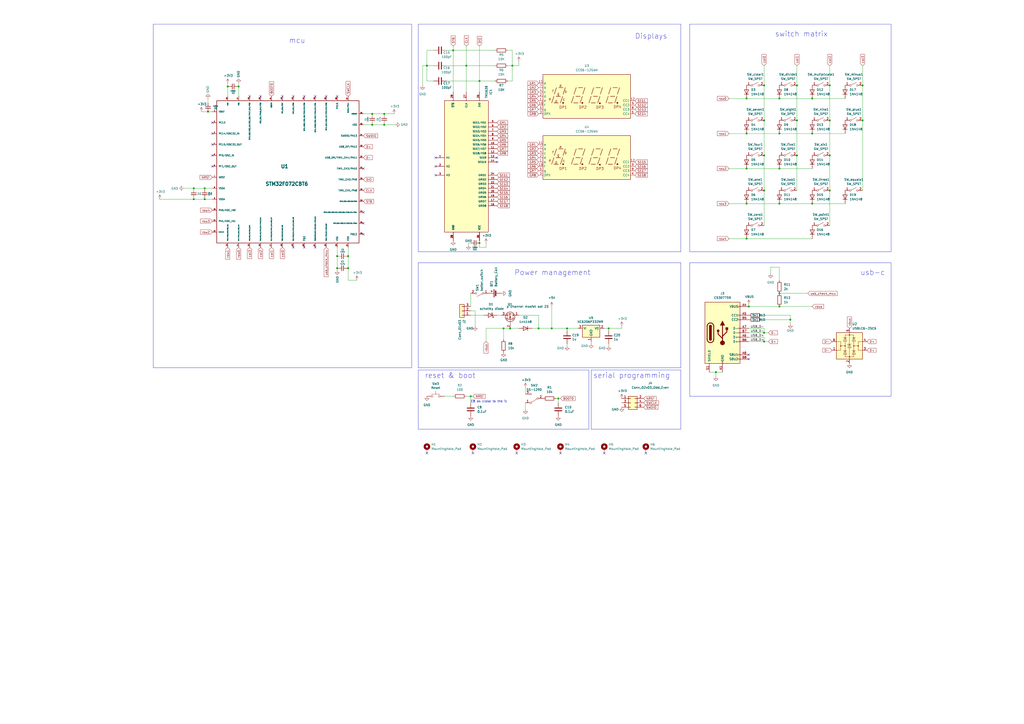
<source format=kicad_sch>
(kicad_sch (version 20230121) (generator eeschema)
  (paper "A2")
  (junction (at 262.89 29.21))
  (junction (at 452.12 77.47))
  (junction (at 138.43 50.165))
  (junction (at 222.885 66.04))
  (junction (at 481.33 49.53))
  (junction (at 222.885 72.39))
  (junction (at 112.395 109.22))
  (junction (at 452.12 57.15))
  (junction (at 443.23 193.04))
  (junction (at 458.47 185.42))
  (junction (at 295.91 190.5))
  (junction (at 297.18 38.1))
  (junction (at 443.23 49.53))
  (junction (at 462.28 49.53))
  (junction (at 433.07 77.47))
  (junction (at 132.08 50.165))
  (junction (at 201.93 155.575))
  (junction (at 443.23 198.12))
  (junction (at 443.23 110.49))
  (junction (at 452.12 177.8))
  (junction (at 452.12 170.18))
  (junction (at 270.51 38.1))
  (junction (at 195.58 148.59))
  (junction (at 112.395 115.57))
  (junction (at 118.745 115.57))
  (junction (at 452.12 118.11))
  (junction (at 443.23 69.85))
  (junction (at 328.93 190.5))
  (junction (at 320.04 190.5))
  (junction (at 471.17 77.47))
  (junction (at 215.9 66.04))
  (junction (at 471.17 118.11))
  (junction (at 481.33 69.85))
  (junction (at 215.9 72.39))
  (junction (at 278.13 46.99))
  (junction (at 500.38 69.85))
  (junction (at 462.28 90.17))
  (junction (at 312.42 190.5))
  (junction (at 292.1 190.5))
  (junction (at 481.33 110.49))
  (junction (at 433.07 118.11))
  (junction (at 471.17 57.15))
  (junction (at 452.12 97.79))
  (junction (at 481.33 90.17))
  (junction (at 415.29 215.9))
  (junction (at 443.23 90.17))
  (junction (at 433.07 138.43))
  (junction (at 195.58 155.575))
  (junction (at 433.07 97.79))
  (junction (at 278.13 140.97))
  (junction (at 118.745 109.22))
  (junction (at 462.28 69.85))
  (junction (at 353.06 190.5))
  (junction (at 273.05 229.87))
  (junction (at 433.07 57.15))
  (junction (at 201.93 148.59))
  (junction (at 120.65 64.77))
  (junction (at 434.34 177.8))
  (junction (at 323.85 231.14))
  (junction (at 500.38 49.53))
  (junction (at 247.65 38.1))
  (no_connect (at 288.29 93.98))
  (no_connect (at 252.73 96.52))
  (no_connect (at 210.82 97.79))
  (no_connect (at 123.19 90.17))
  (no_connect (at 210.82 135.89))
  (no_connect (at 288.29 91.44))
  (no_connect (at 350.52 262.89))
  (no_connect (at 299.72 262.89))
  (no_connect (at 163.83 55.88))
  (no_connect (at 210.82 123.19))
  (no_connect (at 123.19 71.12))
  (no_connect (at 123.19 77.47))
  (no_connect (at 210.82 129.54))
  (no_connect (at 176.53 55.88))
  (no_connect (at 189.23 55.88))
  (no_connect (at 374.65 262.89))
  (no_connect (at 252.73 101.6))
  (no_connect (at 144.78 55.88))
  (no_connect (at 151.13 55.88))
  (no_connect (at 434.34 205.74))
  (no_connect (at 182.88 143.51))
  (no_connect (at 176.53 143.51))
  (no_connect (at 195.58 55.88))
  (no_connect (at 434.34 208.28))
  (no_connect (at 123.19 83.82))
  (no_connect (at 252.73 91.44))
  (no_connect (at 274.32 262.89))
  (no_connect (at 247.65 262.89))
  (no_connect (at 170.18 143.51))
  (no_connect (at 182.88 55.88))
  (no_connect (at 170.18 55.88))
  (no_connect (at 123.19 96.52))
  (no_connect (at 325.12 262.89))
  (wire (pts (xy 278.13 139.7) (xy 278.13 140.97)))
  (wire (pts (xy 116.84 64.77) (xy 120.65 64.77)))
  (wire (pts (xy 222.885 66.04) (xy 222.885 66.675)))
  (wire (pts (xy 462.28 90.17) (xy 462.28 110.49)))
  (wire (pts (xy 278.13 46.99) (xy 287.02 46.99)))
  (wire (pts (xy 132.08 50.165) (xy 132.08 55.88)))
  (wire (pts (xy 443.23 193.04) (xy 445.77 193.04)))
  (wire (pts (xy 350.52 190.5) (xy 353.06 190.5)))
  (wire (pts (xy 481.33 90.17) (xy 481.33 110.49)))
  (wire (pts (xy 471.17 118.11) (xy 490.22 118.11)))
  (wire (pts (xy 458.47 182.88) (xy 458.47 185.42)))
  (wire (pts (xy 222.885 66.04) (xy 228.6 66.04)))
  (wire (pts (xy 471.17 57.15) (xy 490.22 57.15)))
  (wire (pts (xy 441.96 182.88) (xy 458.47 182.88)))
  (wire (pts (xy 247.65 38.1) (xy 247.65 46.99)))
  (wire (pts (xy 481.33 38.1) (xy 481.33 49.53)))
  (wire (pts (xy 452.12 162.56) (xy 452.12 154.94)))
  (wire (pts (xy 434.34 176.53) (xy 434.34 177.8)))
  (wire (pts (xy 259.08 46.99) (xy 278.13 46.99)))
  (wire (pts (xy 294.64 29.21) (xy 297.18 29.21)))
  (wire (pts (xy 278.13 140.97) (xy 278.13 143.51)))
  (wire (pts (xy 201.93 148.59) (xy 201.93 155.575)))
  (wire (pts (xy 195.58 148.59) (xy 196.215 148.59)))
  (wire (pts (xy 262.89 29.21) (xy 262.89 53.34)))
  (wire (pts (xy 434.34 195.58) (xy 443.23 195.58)))
  (wire (pts (xy 434.34 190.5) (xy 443.23 190.5)))
  (wire (pts (xy 112.395 115.57) (xy 118.745 115.57)))
  (wire (pts (xy 118.745 115.57) (xy 118.745 114.935)))
  (wire (pts (xy 481.33 69.85) (xy 481.33 90.17)))
  (wire (pts (xy 443.23 38.1) (xy 443.23 49.53)))
  (wire (pts (xy 273.05 229.87) (xy 273.05 233.68)))
  (wire (pts (xy 215.9 66.04) (xy 222.885 66.04)))
  (wire (pts (xy 215.9 72.39) (xy 222.885 72.39)))
  (wire (pts (xy 443.23 198.12) (xy 445.77 198.12)))
  (wire (pts (xy 443.23 49.53) (xy 443.23 69.85)))
  (wire (pts (xy 443.23 110.49) (xy 443.23 130.81)))
  (wire (pts (xy 245.11 38.1) (xy 245.11 49.53)))
  (wire (pts (xy 320.04 177.8) (xy 320.04 190.5)))
  (wire (pts (xy 353.06 190.5) (xy 360.68 190.5)))
  (wire (pts (xy 323.85 231.14) (xy 325.12 231.14)))
  (wire (pts (xy 481.33 49.53) (xy 481.33 69.85)))
  (wire (pts (xy 278.13 46.99) (xy 278.13 53.34)))
  (wire (pts (xy 118.745 115.57) (xy 123.19 115.57)))
  (wire (pts (xy 195.58 156.845) (xy 195.58 155.575)))
  (wire (pts (xy 297.18 38.1) (xy 300.99 38.1)))
  (wire (pts (xy 434.34 193.04) (xy 443.23 193.04)))
  (wire (pts (xy 500.38 69.85) (xy 500.38 110.49)))
  (wire (pts (xy 257.81 229.87) (xy 262.89 229.87)))
  (wire (pts (xy 132.08 50.165) (xy 132.715 50.165)))
  (wire (pts (xy 458.47 185.42) (xy 458.47 187.96)))
  (wire (pts (xy 422.91 97.79) (xy 433.07 97.79)))
  (wire (pts (xy 106.68 109.22) (xy 112.395 109.22)))
  (wire (pts (xy 112.395 109.22) (xy 112.395 109.855)))
  (wire (pts (xy 281.94 143.51) (xy 281.94 140.97)))
  (wire (pts (xy 328.93 190.5) (xy 335.28 190.5)))
  (wire (pts (xy 297.18 38.1) (xy 297.18 46.99)))
  (wire (pts (xy 300.99 35.56) (xy 300.99 38.1)))
  (wire (pts (xy 215.9 66.04) (xy 215.9 66.675)))
  (wire (pts (xy 322.58 231.14) (xy 323.85 231.14)))
  (wire (pts (xy 411.48 215.9) (xy 415.29 215.9)))
  (wire (pts (xy 462.28 49.53) (xy 462.28 69.85)))
  (wire (pts (xy 443.23 195.58) (xy 443.23 198.12)))
  (wire (pts (xy 195.58 155.575) (xy 196.215 155.575)))
  (wire (pts (xy 452.12 118.11) (xy 471.17 118.11)))
  (wire (pts (xy 433.07 97.79) (xy 452.12 97.79)))
  (wire (pts (xy 201.295 155.575) (xy 201.93 155.575)))
  (wire (pts (xy 195.58 143.51) (xy 195.58 148.59)))
  (wire (pts (xy 262.89 29.21) (xy 287.02 29.21)))
  (wire (pts (xy 271.78 140.97) (xy 271.78 142.24)))
  (wire (pts (xy 222.885 71.755) (xy 222.885 72.39)))
  (wire (pts (xy 247.65 29.21) (xy 247.65 38.1)))
  (wire (pts (xy 452.12 177.8) (xy 471.17 177.8)))
  (wire (pts (xy 471.17 77.47) (xy 490.22 77.47)))
  (wire (pts (xy 273.05 170.18) (xy 273.05 177.8)))
  (wire (pts (xy 462.28 38.1) (xy 462.28 49.53)))
  (wire (pts (xy 452.12 154.94) (xy 447.04 154.94)))
  (wire (pts (xy 422.91 57.15) (xy 433.07 57.15)))
  (wire (pts (xy 281.94 198.12) (xy 281.94 190.5)))
  (wire (pts (xy 247.65 38.1) (xy 245.11 38.1)))
  (wire (pts (xy 118.745 109.22) (xy 123.19 109.22)))
  (wire (pts (xy 433.07 138.43) (xy 471.17 138.43)))
  (wire (pts (xy 270.51 38.1) (xy 287.02 38.1)))
  (wire (pts (xy 201.93 162.56) (xy 207.01 162.56)))
  (wire (pts (xy 259.08 29.21) (xy 262.89 29.21)))
  (wire (pts (xy 112.395 109.22) (xy 118.745 109.22)))
  (wire (pts (xy 210.82 66.04) (xy 215.9 66.04)))
  (wire (pts (xy 441.96 185.42) (xy 458.47 185.42)))
  (wire (pts (xy 443.23 190.5) (xy 443.23 193.04)))
  (wire (pts (xy 275.59 180.34) (xy 275.59 189.23)))
  (wire (pts (xy 247.65 38.1) (xy 251.46 38.1)))
  (wire (pts (xy 443.23 90.17) (xy 443.23 110.49)))
  (wire (pts (xy 500.38 49.53) (xy 500.38 69.85)))
  (wire (pts (xy 262.89 26.67) (xy 262.89 29.21)))
  (wire (pts (xy 312.42 182.88) (xy 312.42 190.5)))
  (wire (pts (xy 120.65 64.77) (xy 123.19 64.77)))
  (wire (pts (xy 452.12 97.79) (xy 471.17 97.79)))
  (wire (pts (xy 297.18 29.21) (xy 297.18 38.1)))
  (wire (pts (xy 294.64 38.1) (xy 297.18 38.1)))
  (wire (pts (xy 342.9 198.12) (xy 342.9 199.39)))
  (wire (pts (xy 295.91 190.5) (xy 300.99 190.5)))
  (wire (pts (xy 215.9 72.39) (xy 215.9 71.755)))
  (wire (pts (xy 452.12 77.47) (xy 471.17 77.47)))
  (wire (pts (xy 273.05 180.34) (xy 275.59 180.34)))
  (wire (pts (xy 422.91 118.11) (xy 433.07 118.11)))
  (wire (pts (xy 433.07 118.11) (xy 452.12 118.11)))
  (wire (pts (xy 308.61 190.5) (xy 312.42 190.5)))
  (wire (pts (xy 481.33 110.49) (xy 481.33 130.81)))
  (wire (pts (xy 422.91 77.47) (xy 433.07 77.47)))
  (wire (pts (xy 270.51 38.1) (xy 270.51 53.34)))
  (wire (pts (xy 353.06 199.39) (xy 353.06 200.66)))
  (wire (pts (xy 304.8 224.79) (xy 304.8 228.6)))
  (wire (pts (xy 92.71 115.57) (xy 112.395 115.57)))
  (wire (pts (xy 201.93 155.575) (xy 201.93 162.56)))
  (wire (pts (xy 132.08 48.26) (xy 132.08 50.165)))
  (wire (pts (xy 353.06 191.77) (xy 353.06 190.5)))
  (wire (pts (xy 328.93 191.77) (xy 328.93 190.5)))
  (wire (pts (xy 415.29 215.9) (xy 419.1 215.9)))
  (wire (pts (xy 323.85 231.14) (xy 323.85 233.68)))
  (wire (pts (xy 270.51 229.87) (xy 273.05 229.87)))
  (wire (pts (xy 500.38 38.1) (xy 500.38 49.53)))
  (wire (pts (xy 118.745 109.22) (xy 118.745 109.855)))
  (wire (pts (xy 422.91 138.43) (xy 433.07 138.43)))
  (wire (pts (xy 259.08 38.1) (xy 270.51 38.1)))
  (wire (pts (xy 270.51 26.67) (xy 270.51 38.1)))
  (wire (pts (xy 120.65 57.15) (xy 120.65 59.69)))
  (wire (pts (xy 210.82 72.39) (xy 215.9 72.39)))
  (wire (pts (xy 273.05 182.88) (xy 280.67 182.88)))
  (wire (pts (xy 112.395 114.935) (xy 112.395 115.57)))
  (wire (pts (xy 247.65 46.99) (xy 251.46 46.99)))
  (wire (pts (xy 452.12 170.18) (xy 468.63 170.18)))
  (wire (pts (xy 195.58 148.59) (xy 195.58 155.575)))
  (wire (pts (xy 312.42 190.5) (xy 320.04 190.5)))
  (wire (pts (xy 278.13 26.67) (xy 278.13 46.99)))
  (wire (pts (xy 300.99 182.88) (xy 312.42 182.88)))
  (wire (pts (xy 328.93 199.39) (xy 328.93 200.66)))
  (wire (pts (xy 222.885 72.39) (xy 229.235 72.39)))
  (wire (pts (xy 201.93 148.59) (xy 201.295 148.59)))
  (wire (pts (xy 138.43 48.26) (xy 138.43 50.165)))
  (wire (pts (xy 201.93 143.51) (xy 201.93 148.59)))
  (wire (pts (xy 452.12 57.15) (xy 471.17 57.15)))
  (wire (pts (xy 415.29 215.9) (xy 415.29 218.44)))
  (wire (pts (xy 273.05 229.87) (xy 274.32 229.87)))
  (wire (pts (xy 297.18 46.99) (xy 294.64 46.99)))
  (wire (pts (xy 138.43 50.165) (xy 137.795 50.165)))
  (wire (pts (xy 433.07 57.15) (xy 452.12 57.15)))
  (wire (pts (xy 304.8 233.68) (xy 304.8 237.49)))
  (wire (pts (xy 433.07 77.47) (xy 452.12 77.47)))
  (wire (pts (xy 292.1 190.5) (xy 292.1 196.85)))
  (wire (pts (xy 281.94 190.5) (xy 292.1 190.5)))
  (wire (pts (xy 434.34 198.12) (xy 443.23 198.12)))
  (wire (pts (xy 434.34 177.8) (xy 452.12 177.8)))
  (wire (pts (xy 251.46 29.21) (xy 247.65 29.21)))
  (wire (pts (xy 360.68 190.5) (xy 360.68 189.23)))
  (wire (pts (xy 462.28 69.85) (xy 462.28 90.17)))
  (wire (pts (xy 320.04 190.5) (xy 328.93 190.5)))
  (wire (pts (xy 288.29 182.88) (xy 290.83 182.88)))
  (wire (pts (xy 278.13 143.51) (xy 281.94 143.51)))
  (wire (pts (xy 443.23 69.85) (xy 443.23 90.17)))
  (wire (pts (xy 292.1 190.5) (xy 295.91 190.5)))
  (wire (pts (xy 138.43 50.165) (xy 138.43 55.88)))
  (wire (pts (xy 447.04 154.94) (xy 447.04 158.75)))
  (wire (pts (xy 273.05 140.97) (xy 271.78 140.97)))
  (rectangle (start 400.05 13.97) (end 516.89 146.05))
  (rectangle (start 242.57 214.63) (end 341.63 248.92))
  (rectangle (start 88.9 13.97) (end 238.76 213.36))
  (rectangle (start 342.9 214.63) (end 394.97 248.92))
  (rectangle (start 242.57 13.97) (end 394.97 146.05))
  (rectangle (start 242.57 152.4) (end 394.97 213.36))
  (rectangle (start 400.05 152.4) (end 516.89 229.87))
  (text "Displays" (at 368.3 22.86 0) (effects (font (size 3 3)) (justify left bottom)))
  (text "serial programming" (at 344.17 219.71 0) (effects (font (size 3 3)) (justify left bottom)))
  (text "mcu\n" (at 167.64 25.4 0) (effects (font (size 3 3)) (justify left bottom)))
  (text "switch matrix" (at 449.58 21.59 0) (effects (font (size 3 3)) (justify left bottom)))
  (text "usb-c" (at 499.11 160.02 0) (effects (font (size 3 3)) (justify left bottom)))
  (text "Power management" (at 298.45 160.02 0) (effects (font (size 3 3)) (justify left bottom)))
  (text "C8 as close to the ic\n" (at 273.05 233.68 0) (effects (font (size 1.27 1.27)) (justify left bottom)))
  (text "reset & boot" (at 246.38 219.71 0) (effects (font (size 3 3)) (justify left bottom)))
  (label "USB_D-" (at 443.23 190.5 180))
  (label "USB_D-" (at 443.23 193.04 180))
  (label "USB_D+" (at 443.23 198.12 180))
  (label "USB_D+" (at 443.23 195.58 180))
  (global_label "usb_check_mcu" (shape input) (at 468.63 170.18 0) (property "Intersheetrefs" "${INTERSHEET_REFS}" (effects hide)))
  (global_label "GR7" (shape input) (at 288.29 86.36 0) (property "Intersheetrefs" "${INTERSHEET_REFS}" (effects hide)))
  (global_label "GR8" (shape input) (at 312.42 101.6 180) (property "Intersheetrefs" "${INTERSHEET_REFS}" (effects hide)))
  (global_label "STB" (shape input) (at 210.82 116.84 0) (property "Intersheetrefs" "${INTERSHEET_REFS}" (effects hide)))
  (global_label "SEG4" (shape input) (at 288.29 109.22 0) (property "Intersheetrefs" "${INTERSHEET_REFS}" (effects hide)))
  (global_label "D+" (shape input) (at 502.92 198.12 0) (property "Intersheetrefs" "${INTERSHEET_REFS}" (effects hide)))
  (global_label "col0" (shape input) (at 163.83 143.51 270) (property "Intersheetrefs" "${INTERSHEET_REFS}" (effects hide)))
  (global_label "D+" (shape input) (at 502.92 203.2 0) (property "Intersheetrefs" "${INTERSHEET_REFS}" (effects hide)))
  (global_label "SEG3" (shape input) (at 288.29 106.68 0) (property "Intersheetrefs" "${INTERSHEET_REFS}" (effects hide)))
  (global_label "SWDIO" (shape input) (at 373.38 236.22 0) (property "Intersheetrefs" "${INTERSHEET_REFS}" (effects hide)))
  (global_label "D+" (shape input) (at 445.77 198.12 0) (property "Intersheetrefs" "${INTERSHEET_REFS}" (effects hide)))
  (global_label "GR1" (shape input) (at 312.42 48.26 180) (property "Intersheetrefs" "${INTERSHEET_REFS}" (effects hide)))
  (global_label "SEG6" (shape input) (at 288.29 114.3 0) (property "Intersheetrefs" "${INTERSHEET_REFS}" (effects hide)))
  (global_label "col0" (shape input) (at 443.23 38.1 90) (property "Intersheetrefs" "${INTERSHEET_REFS}" (effects hide)))
  (global_label "GR6" (shape input) (at 288.29 83.82 0) (property "Intersheetrefs" "${INTERSHEET_REFS}" (effects hide)))
  (global_label "row2" (shape input) (at 123.19 134.62 180) (property "Intersheetrefs" "${INTERSHEET_REFS}" (effects hide)))
  (global_label "GR4" (shape input) (at 288.29 78.74 0) (property "Intersheetrefs" "${INTERSHEET_REFS}" (effects hide)))
  (global_label "row3" (shape input) (at 422.91 118.11 180) (property "Intersheetrefs" "${INTERSHEET_REFS}" (effects hide)))
  (global_label "row0" (shape input) (at 422.91 57.15 180) (property "Intersheetrefs" "${INTERSHEET_REFS}" (effects hide)))
  (global_label "GR4" (shape input) (at 312.42 55.88 180) (property "Intersheetrefs" "${INTERSHEET_REFS}" (effects hide)))
  (global_label "usb_check_mcu" (shape input) (at 189.23 143.51 270) (property "Intersheetrefs" "${INTERSHEET_REFS}" (effects hide)))
  (global_label "col2" (shape input) (at 481.33 38.1 90) (property "Intersheetrefs" "${INTERSHEET_REFS}" (effects hide)))
  (global_label "SEG8" (shape input) (at 368.3 101.6 0) (property "Intersheetrefs" "${INTERSHEET_REFS}" (effects hide)))
  (global_label "col1" (shape input) (at 462.28 38.1 90) (property "Intersheetrefs" "${INTERSHEET_REFS}" (effects hide)))
  (global_label "col3" (shape input) (at 500.38 38.1 90) (property "Intersheetrefs" "${INTERSHEET_REFS}" (effects hide)))
  (global_label "col1" (shape input) (at 157.48 143.51 270) (property "Intersheetrefs" "${INTERSHEET_REFS}" (effects hide)))
  (global_label "D-" (shape input) (at 482.6 198.12 180) (property "Intersheetrefs" "${INTERSHEET_REFS}" (effects hide)))
  (global_label "vbus" (shape input) (at 281.94 198.12 270) (property "Intersheetrefs" "${INTERSHEET_REFS}" (effects hide)))
  (global_label "NRST" (shape input) (at 274.32 229.87 0) (property "Intersheetrefs" "${INTERSHEET_REFS}" (effects hide)))
  (global_label "SEG4" (shape input) (at 368.3 66.04 0) (property "Intersheetrefs" "${INTERSHEET_REFS}" (effects hide)))
  (global_label "SWDIO" (shape input) (at 210.82 78.74 0) (property "Intersheetrefs" "${INTERSHEET_REFS}" (effects hide)))
  (global_label "GR2" (shape input) (at 288.29 73.66 0) (property "Intersheetrefs" "${INTERSHEET_REFS}" (effects hide)))
  (global_label "DIO" (shape input) (at 210.82 104.14 0) (property "Intersheetrefs" "${INTERSHEET_REFS}" (effects hide)))
  (global_label "NRST" (shape input) (at 123.19 102.87 180) (property "Intersheetrefs" "${INTERSHEET_REFS}" (effects hide)))
  (global_label "NRST" (shape input) (at 373.38 231.14 0) (property "Intersheetrefs" "${INTERSHEET_REFS}" (effects hide)))
  (global_label "GR3" (shape input) (at 288.29 76.2 0) (property "Intersheetrefs" "${INTERSHEET_REFS}" (effects hide)))
  (global_label "D+" (shape input) (at 210.82 85.09 0) (property "Intersheetrefs" "${INTERSHEET_REFS}" (effects hide)))
  (global_label "SWCLK" (shape input) (at 373.38 233.68 0) (property "Intersheetrefs" "${INTERSHEET_REFS}" (effects hide)))
  (global_label "GR2" (shape input) (at 312.42 50.8 180) (property "Intersheetrefs" "${INTERSHEET_REFS}" (effects hide)))
  (global_label "D-" (shape input) (at 482.6 203.2 180) (property "Intersheetrefs" "${INTERSHEET_REFS}" (effects hide)))
  (global_label "BOOT0" (shape input) (at 157.48 55.88 90) (property "Intersheetrefs" "${INTERSHEET_REFS}" (effects hide)))
  (global_label "SEG6" (shape input) (at 368.3 96.52 0) (property "Intersheetrefs" "${INTERSHEET_REFS}" (effects hide)))
  (global_label "row0" (shape input) (at 138.43 143.51 270) (property "Intersheetrefs" "${INTERSHEET_REFS}" (effects hide)))
  (global_label "GR6" (shape input) (at 312.42 96.52 180) (property "Intersheetrefs" "${INTERSHEET_REFS}" (effects hide)))
  (global_label "row4" (shape input) (at 123.19 121.92 180) (property "Intersheetrefs" "${INTERSHEET_REFS}" (effects hide)))
  (global_label "SEG1" (shape input) (at 288.29 101.6 0) (property "Intersheetrefs" "${INTERSHEET_REFS}" (effects hide)))
  (global_label "GR6" (shape input) (at 312.42 60.96 180) (property "Intersheetrefs" "${INTERSHEET_REFS}" (effects hide)))
  (global_label "SEG5" (shape input) (at 288.29 111.76 0) (property "Intersheetrefs" "${INTERSHEET_REFS}" (effects hide)))
  (global_label "GR2" (shape input) (at 312.42 86.36 180) (property "Intersheetrefs" "${INTERSHEET_REFS}" (effects hide)))
  (global_label "vbus" (shape input) (at 492.76 190.5 90) (property "Intersheetrefs" "${INTERSHEET_REFS}" (effects hide)))
  (global_label "SEG1" (shape input) (at 368.3 58.42 0) (property "Intersheetrefs" "${INTERSHEET_REFS}" (effects hide)))
  (global_label "GR3" (shape input) (at 312.42 53.34 180) (property "Intersheetrefs" "${INTERSHEET_REFS}" (effects hide)))
  (global_label "row1" (shape input) (at 132.08 143.51 270) (property "Intersheetrefs" "${INTERSHEET_REFS}" (effects hide)))
  (global_label "BOOT0" (shape input) (at 325.12 231.14 0) (property "Intersheetrefs" "${INTERSHEET_REFS}" (effects hide)))
  (global_label "SEG7" (shape input) (at 288.29 116.84 0) (property "Intersheetrefs" "${INTERSHEET_REFS}" (effects hide)))
  (global_label "GR5" (shape input) (at 288.29 81.28 0) (property "Intersheetrefs" "${INTERSHEET_REFS}" (effects hide)))
  (global_label "DIO" (shape input) (at 278.13 26.67 90) (property "Intersheetrefs" "${INTERSHEET_REFS}" (effects hide)))
  (global_label "vbus" (shape input) (at 471.17 177.8 0) (property "Intersheetrefs" "${INTERSHEET_REFS}" (effects hide)))
  (global_label "GR1" (shape input) (at 288.29 71.12 0) (property "Intersheetrefs" "${INTERSHEET_REFS}" (effects hide)))
  (global_label "GR8" (shape input) (at 288.29 88.9 0) (property "Intersheetrefs" "${INTERSHEET_REFS}" (effects hide)))
  (global_label "GR1" (shape input) (at 312.42 83.82 180) (property "Intersheetrefs" "${INTERSHEET_REFS}" (effects hide)))
  (global_label "STB" (shape input) (at 262.89 26.67 90) (property "Intersheetrefs" "${INTERSHEET_REFS}" (effects hide)))
  (global_label "SEG5" (shape input) (at 368.3 93.98 0) (property "Intersheetrefs" "${INTERSHEET_REFS}" (effects hide)))
  (global_label "col3" (shape input) (at 144.78 143.51 270) (property "Intersheetrefs" "${INTERSHEET_REFS}" (effects hide)))
  (global_label "GR5" (shape input) (at 312.42 93.98 180) (property "Intersheetrefs" "${INTERSHEET_REFS}" (effects hide)))
  (global_label "row1" (shape input) (at 422.91 77.47 180) (property "Intersheetrefs" "${INTERSHEET_REFS}" (effects hide)))
  (global_label "col2" (shape input) (at 151.13 143.51 270) (property "Intersheetrefs" "${INTERSHEET_REFS}" (effects hide)))
  (global_label "GR7" (shape input) (at 312.42 63.5 180) (property "Intersheetrefs" "${INTERSHEET_REFS}" (effects hide)))
  (global_label "SEG7" (shape input) (at 368.3 99.06 0) (property "Intersheetrefs" "${INTERSHEET_REFS}" (effects hide)))
  (global_label "row3" (shape input) (at 123.19 128.27 180) (property "Intersheetrefs" "${INTERSHEET_REFS}" (effects hide)))
  (global_label "CLK" (shape input) (at 210.82 110.49 0) (property "Intersheetrefs" "${INTERSHEET_REFS}" (effects hide)))
  (global_label "row2" (shape input) (at 422.91 97.79 180) (property "Intersheetrefs" "${INTERSHEET_REFS}" (effects hide)))
  (global_label "GR7" (shape input) (at 312.42 99.06 180) (property "Intersheetrefs" "${INTERSHEET_REFS}" (effects hide)))
  (global_label "SEG2" (shape input) (at 368.3 60.96 0) (property "Intersheetrefs" "${INTERSHEET_REFS}" (effects hide)))
  (global_label "row4" (shape input) (at 422.91 138.43 180) (property "Intersheetrefs" "${INTERSHEET_REFS}" (effects hide)))
  (global_label "SEG2" (shape input) (at 288.29 104.14 0) (property "Intersheetrefs" "${INTERSHEET_REFS}" (effects hide)))
  (global_label "SWCLK" (shape input) (at 201.93 55.88 90) (property "Intersheetrefs" "${INTERSHEET_REFS}" (effects hide)))
  (global_label "D-" (shape input) (at 445.77 193.04 0) (property "Intersheetrefs" "${INTERSHEET_REFS}" (effects hide)))
  (global_label "GR4" (shape input) (at 312.42 91.44 180) (property "Intersheetrefs" "${INTERSHEET_REFS}" (effects hide)))
  (global_label "GR5" (shape input) (at 312.42 58.42 180) (property "Intersheetrefs" "${INTERSHEET_REFS}" (effects hide)))
  (global_label "SEG8" (shape input) (at 288.29 119.38 0) (property "Intersheetrefs" "${INTERSHEET_REFS}" (effects hide)))
  (global_label "GR3" (shape input) (at 312.42 88.9 180) (property "Intersheetrefs" "${INTERSHEET_REFS}" (effects hide)))
  (global_label "CLK" (shape input) (at 270.51 26.67 90) (property "Intersheetrefs" "${INTERSHEET_REFS}" (effects hide)))
  (global_label "D-" (shape input) (at 210.82 91.44 0) (property "Intersheetrefs" "${INTERSHEET_REFS}" (effects hide)))
  (global_label "GR8" (shape input) (at 312.42 66.04 180) (property "Intersheetrefs" "${INTERSHEET_REFS}" (effects hide)))
  (global_label "SEG3" (shape input) (at 368.3 63.5 0) (property "Intersheetrefs" "${INTERSHEET_REFS}" (effects hide)))
  (symbol (lib_id "power:GND") (at 292.1 204.47 0) (unit 1)
    (property "Reference" "#PWR017" (effects hide))
    (property "Value" "GND" (at 292.227 208.8642 0))
  )
  (symbol (lib_id "Mechanical:MountingHole_Pad") (at 247.65 260.35 0) (unit 1)
    (property "Reference" "H1" (at 250.19 257.81 0) (effects (justify left)))
    (property "Value" "MountingHole_Pad" (at 250.19 260.35 0) (effects (justify left)))
    (property "Footprint" "MountingHole:MountingHole_2.2mm_M2_DIN965_Pad" (effects hide))
  )
  (symbol (lib_id "Device:R") (at 452.12 166.37 0) (unit 1)
    (property "Reference" "R11" (at 454.66 165.1 0) (effects (justify left)))
    (property "Value" "2k" (at 454.66 167.64 0) (effects (justify left)))
    (property "Footprint" "Capacitor_SMD:C_0402_1005Metric" (effects hide))
  )
  (symbol (lib_id "Switch:SW_SPST") (at 495.3 49.53 0) (unit 1)
    (property "Reference" "SW_minus1" (at 495.3 43.18 0))
    (property "Value" "SW_SPST" (at 495.3 45.72 0))
    (property "Footprint" "georgs_lib:geo1.00u_PCB" (effects hide))
  )
  (symbol (lib_id "power:GND") (at 120.65 57.15 180) (unit 1)
    (property "Reference" "#PWR03" (effects hide))
    (property "Value" "GND" (at 120.523 53.8988 90) (effects (justify right)))
  )
  (symbol (lib_id "Device:Battery_Cell") (at 288.29 170.18 90) (unit 1)
    (property "Reference" "BT1" (at 285.1785 166.37 0) (effects (justify left)))
    (property "Value" "Battery_Cell" (at 287.7185 166.37 0) (effects (justify left)))
    (property "Footprint" "Battery:BatteryHolder_Keystone_2460_1xAA" (effects hide))
  )
  (symbol (lib_id "power:GND") (at 138.43 48.26 180) (unit 1)
    (property "Reference" "#PWR02" (effects hide))
    (property "Value" "GND" (at 138.303 45.0088 90) (effects (justify right)))
  )
  (symbol (lib_id "acheron_Symbols:STM32F072-LQFP48") (at 166.37 100.33 0) (unit 1)
    (property "Reference" "U1" (at 165.1 96.52 0) (effects (font (size 2.0066 2.0066) bold)))
    (property "Value" "STM32F072CBT6" (at 166.37 106.68 0) (effects (font (size 2.0066 2.0066) bold)))
    (property "Footprint" "georgs_lib:STM32L072CBT6" (effects hide))
  )
  (symbol (lib_id "Regulator_Linear:NCP1117-3.3_SOT223") (at 342.9 190.5 0) (unit 1)
    (property "Reference" "U5" (at 342.9 184.3532 0))
    (property "Value" "XC6206P332MR " (at 342.9 186.6646 0))
    (property "Footprint" "Package_TO_SOT_SMD:SOT-23" (effects hide))
    (property "Datasheet" "http://www.onsemi.com/pub_link/Collateral/NCP1117-D.PDF" (effects hide))
  )
  (symbol (lib_id "Transistor_FET:BS250") (at 295.91 185.42 270) (mirror x) (unit 1)
    (property "Reference" "Q1" (at 295.91 176.53 90))
    (property "Value" "p channel mosfet sot 23" (at 306.07 177.8 90))
    (property "Footprint" "Package_TO_SOT_SMD:SOT-23" (effects hide))
    (property "Datasheet" "http://www.vishay.com/docs/70209/70209.pdf" (effects hide))
  )
  (symbol (lib_id "Switch:SW_SPST") (at 476.25 110.49 0) (unit 1)
    (property "Reference" "SW_three1" (at 476.25 104.14 0))
    (property "Value" "SW_SPST" (at 476.25 106.68 0))
    (property "Footprint" "georgs_lib:geo1.00u_PCB" (effects hide))
  )
  (symbol (lib_id "Device:R") (at 266.7 229.87 90) (unit 1)
    (property "Reference" "R2" (at 266.7 223.52 90))
    (property "Value" "100" (at 266.7 226.06 90))
    (property "Footprint" "Capacitor_SMD:C_0402_1005Metric" (effects hide))
  )
  (symbol (lib_id "power:GND") (at 290.83 170.18 90) (unit 1)
    (property "Reference" "#PWR013" (effects hide))
    (property "Value" "GND" (at 295.91 170.18 0))
  )
  (symbol (lib_id "power:+3V3") (at 207.01 162.56 0) (unit 1)
    (property "Reference" "#PWR015" (effects hide))
    (property "Value" "+3V3" (at 207.391 158.1658 0))
  )
  (symbol (lib_id "Switch:SW_SPST") (at 476.25 49.53 0) (unit 1)
    (property "Reference" "SW_mutiplicate1" (at 476.25 43.18 0))
    (property "Value" "SW_SPST" (at 476.25 45.72 0))
    (property "Footprint" "georgs_lib:geo1.00u_PCB" (effects hide))
  )
  (symbol (lib_id "Device:D") (at 304.8 190.5 180) (unit 1)
    (property "Reference" "D2" (at 304.8 184.15 0))
    (property "Value" "1n4148" (at 304.8 186.69 0))
    (property "Footprint" "Diode_SMD:Nexperia_CFP3_SOD-123W" (effects hide))
    (property "Sim.Device" "D" (effects hide))
    (property "Sim.Pins" "1=K 2=A" (effects hide))
  )
  (symbol (lib_id "power:GND") (at 262.89 139.7 0) (unit 1)
    (property "Reference" "#PWR014" (effects hide))
    (property "Value" "GND" (at 262.89 144.78 0))
  )
  (symbol (lib_id "Switch:SW_SPST") (at 476.25 130.81 0) (unit 1)
    (property "Reference" "SW_point1" (at 476.25 124.46 0))
    (property "Value" "SW_SPST" (at 476.25 127 0))
    (property "Footprint" "georgs_lib:geo1.00u_PCB" (effects hide))
  )
  (symbol (lib_id "Switch:SW_SPST") (at 495.3 69.85 0) (unit 1)
    (property "Reference" "SW_plus1" (at 495.3 63.5 0))
    (property "Value" "SW_SPST" (at 495.3 66.04 0))
    (property "Footprint" "georgs_lib:geo2.00u_Vertical_PCB" (effects hide))
  )
  (symbol (lib_id "bakeneko-65-pcb-rescue:SW_Push-Switch") (at 252.73 229.87 0) (unit 1)
    (property "Reference" "SW3" (at 252.73 222.631 0))
    (property "Value" "Reset" (at 252.73 224.9424 0))
    (property "Footprint" "Button_Switch_SMD:SW_SPST_TL3342" (effects hide))
    (property "LCSC Part #" "C318884" (effects hide))
  )
  (symbol (lib_id "Connector:USB_C_Receptacle_USB2.0") (at 419.1 193.04 0) (unit 1)
    (property "Reference" "J3" (at 419.1 170.18 0))
    (property "Value" "C5307759" (at 419.1 172.72 0))
    (property "Footprint" "Connector_USB:USB_C_Receptacle_HRO_TYPE-C-31-M-12" (effects hide))
    (property "Datasheet" "https://www.usb.org/sites/default/files/documents/usb_type-c.zip" (effects hide))
  )
  (symbol (lib_id "power:GND") (at 328.93 200.66 0) (unit 1)
    (property "Reference" "#PWR024" (effects hide))
    (property "Value" "GND" (at 325.12 201.93 0))
  )
  (symbol (lib_id "power:+3V3") (at 228.6 66.04 0) (unit 1)
    (property "Reference" "#PWR021" (effects hide))
    (property "Value" "+3V3" (at 228.981 61.6458 0))
  )
  (symbol (lib_id "Device:D") (at 433.07 53.34 90) (unit 1)
    (property "Reference" "D3" (at 435.61 52.07 90) (effects (justify right)))
    (property "Value" "1N4148" (at 435.61 54.61 90) (effects (justify right)))
    (property "Footprint" "Diode_SMD:Nexperia_CFP3_SOD-123W" (effects hide))
    (property "Sim.Device" "D" (effects hide))
    (property "Sim.Pins" "1=K 2=A" (effects hide))
  )
  (symbol (lib_id "Device:C_Small") (at 112.395 112.395 0) (unit 1)
    (property "Reference" "C4" (at 116.205 112.395 90) (effects (font (size 0.7874 0.7874))))
    (property "Value" "1u" (at 114.935 112.395 90) (effects (font (size 0.7874 0.7874))))
    (property "Footprint" "Capacitor_SMD:C_0402_1005Metric" (effects hide))
    (property "Package" "C0402" (effects hide))
  )
  (symbol (lib_id "Mechanical:MountingHole_Pad") (at 374.65 260.35 0) (unit 1)
    (property "Reference" "H6" (at 377.19 257.81 0) (effects (justify left)))
    (property "Value" "MountingHole_Pad" (at 377.19 260.35 0) (effects (justify left)))
    (property "Footprint" "MountingHole:MountingHole_2.2mm_M2_DIN965_Pad" (effects hide))
  )
  (symbol (lib_id "Device:C") (at 328.93 195.58 0) (unit 1)
    (property "Reference" "C19" (at 331.851 194.4116 0) (effects (justify left)))
    (property "Value" "1u" (at 331.851 196.723 0) (effects (justify left)))
    (property "Footprint" "Capacitor_SMD:C_0805_2012Metric" (effects hide))
  )
  (symbol (lib_id "Power_Protection:USBLC6-2SC6") (at 492.76 200.66 0) (unit 1)
    (property "Reference" "U2" (at 494.4111 187.96 0) (effects (justify left)))
    (property "Value" "USBLC6-2SC6" (at 494.4111 190.5 0) (effects (justify left)))
    (property "Footprint" "Package_TO_SOT_SMD:SOT-23-6" (effects hide))
    (property "Datasheet" "https://www.st.com/resource/en/datasheet/usblc6-2.pdf" (effects hide))
  )
  (symbol (lib_id "Switch:SW_SPST") (at 278.13 170.18 180) (unit 1)
    (property "Reference" "SW1" (at 276.86 168.91 90) (effects (justify right)))
    (property "Value" "batter_switch" (at 279.4 168.91 90) (effects (justify right)))
    (property "Footprint" "georgs_lib:SK12D07VG4_slider" (effects hide))
  )
  (symbol (lib_id "Device:C_Small") (at 120.65 62.23 0) (unit 1)
    (property "Reference" "C9" (at 125.095 62.865 0) (effects (font (size 0.7874 0.7874))))
    (property "Value" "100n" (at 125.095 61.595 0) (effects (font (size 0.7874 0.7874))))
    (property "Footprint" "Capacitor_SMD:C_0402_1005Metric" (effects hide))
    (property "Package" "C0402" (effects hide))
  )
  (symbol (lib_id "Switch:SW_SPST") (at 438.15 110.49 0) (unit 1)
    (property "Reference" "SW_one1" (at 438.15 104.14 0))
    (property "Value" "SW_SPST" (at 438.15 106.68 0))
    (property "Footprint" "georgs_lib:geo1.00u_PCB" (effects hide))
  )
  (symbol (lib_id "Device:D") (at 433.07 73.66 90) (unit 1)
    (property "Reference" "D4" (at 435.61 72.39 90) (effects (justify right)))
    (property "Value" "1N4148" (at 435.61 74.93 90) (effects (justify right)))
    (property "Footprint" "Diode_SMD:Nexperia_CFP3_SOD-123W" (effects hide))
    (property "Sim.Device" "D" (effects hide))
    (property "Sim.Pins" "1=K 2=A" (effects hide))
  )
  (symbol (lib_id "power:+5V") (at 320.04 177.8 0) (unit 1)
    (property "Reference" "#PWR023" (effects hide))
    (property "Value" "+5V" (at 320.04 172.72 0))
  )
  (symbol (lib_id "power:GND") (at 271.78 142.24 0) (unit 1)
    (property "Reference" "#PWR035" (effects hide))
    (property "Value" "GND" (at 271.78 139.7 0))
  )
  (symbol (lib_id "Switch:SW_SPST") (at 457.2 49.53 0) (unit 1)
    (property "Reference" "SW_divide1" (at 457.2 43.18 0))
    (property "Value" "SW_SPST" (at 457.2 45.72 0))
    (property "Footprint" "georgs_lib:geo1.00u_PCB" (effects hide))
  )
  (symbol (lib_id "Mechanical:MountingHole_Pad") (at 350.52 260.35 0) (unit 1)
    (property "Reference" "H5" (at 353.06 257.81 0) (effects (justify left)))
    (property "Value" "MountingHole_Pad" (at 353.06 260.35 0) (effects (justify left)))
    (property "Footprint" "MountingHole:MountingHole_2.2mm_M2_DIN965_Pad" (effects hide))
  )
  (symbol (lib_id "Device:R") (at 438.15 185.42 90) (unit 1)
    (property "Reference" "R10" (at 441.96 185.42 90))
    (property "Value" "5k1" (at 438.15 185.42 90))
    (property "Footprint" "Capacitor_SMD:C_0402_1005Metric" (effects hide))
  )
  (symbol (lib_id "Device:C_Small") (at 215.9 69.215 180) (unit 1)
    (property "Reference" "C1" (at 212.09 69.215 90) (effects (font (size 0.7874 0.7874))))
    (property "Value" "100n" (at 213.36 69.215 90) (effects (font (size 0.7874 0.7874))))
    (property "Footprint" "Capacitor_SMD:C_0402_1005Metric" (effects hide))
    (property "Package" "C0402" (effects hide))
  )
  (symbol (lib_id "Device:D_Schottky") (at 284.48 182.88 180) (unit 1)
    (property "Reference" "D1" (at 284.7975 176.53 0))
    (property "Value" "schottky diode " (at 285.75 179.07 0))
    (property "Footprint" "Diode_SMD:Nexperia_CFP3_SOD-123W" (effects hide))
  )
  (symbol (lib_id "power:GND") (at 360.68 236.22 0) (unit 1)
    (property "Reference" "#PWR010" (effects hide))
    (property "Value" "GND" (at 356.87 237.49 0))
  )
  (symbol (lib_id "Mechanical:MountingHole_Pad") (at 325.12 260.35 0) (unit 1)
    (property "Reference" "H4" (at 327.66 257.81 0) (effects (justify left)))
    (property "Value" "MountingHole_Pad" (at 327.66 260.35 0) (effects (justify left)))
    (property "Footprint" "MountingHole:MountingHole_2.2mm_M2_DIN965_Pad" (effects hide))
  )
  (symbol (lib_id "Switch:SW_SPST") (at 476.25 90.17 0) (unit 1)
    (property "Reference" "SW_six1" (at 476.25 83.82 0))
    (property "Value" "SW_SPST" (at 476.25 86.36 0))
    (property "Footprint" "georgs_lib:geo1.00u_PCB" (effects hide))
  )
  (symbol (lib_id "TM1638:TM1638") (at 270.51 96.52 270) (unit 1)
    (property "Reference" "IC1" (at 284.7087 53.34 0))
    (property "Value" "TM1638" (at 282.1687 53.34 0))
    (property "Footprint" "georgs_lib:SOP28 tm1638" (effects hide))
    (property "MF" "Titan Micro Electronics" (effects hide))
    (property "Description" "\nTM1638 has LED driver controller with the key-scan interface, MCU digital interface, data latch, LED high-pressure driver, key-scan is integrated into a single chip.\n" (effects hide))
    (property "Package" "Package" (effects hide))
    (property "Price" "None" (effects hide))
    (property "SnapEDA_Link" "https://www.snapeda.com/parts/TM1638/Titan+Micro+Electronics/view-part/?ref=snap" (effects hide))
    (property "MP" "TM1638" (effects hide))
    (property "Availability" "Not in stock" (effects hide))
    (property "Check_prices" "https://www.snapeda.com/parts/TM1638/Titan+Micro+Electronics/view-part/?ref=eda" (effects hide))
  )
  (symbol (lib_id "Device:D") (at 490.22 114.3 90) (unit 1)
    (property "Reference" "D19" (at 492.76 113.03 90) (effects (justify right)))
    (property "Value" "1N4148" (at 492.76 115.57 90) (effects (justify right)))
    (property "Footprint" "Diode_SMD:Nexperia_CFP3_SOD-123W" (effects hide))
    (property "Sim.Device" "D" (effects hide))
    (property "Sim.Pins" "1=K 2=A" (effects hide))
  )
  (symbol (lib_id "power:GND") (at 323.85 241.3 0) (unit 1)
    (property "Reference" "#PWR034" (effects hide))
    (property "Value" "GND" (at 323.85 246.38 0))
  )
  (symbol (lib_id "Device:D") (at 471.17 134.62 90) (unit 1)
    (property "Reference" "D16" (at 473.71 133.35 90) (effects (justify right)))
    (property "Value" "1N4148" (at 473.71 135.89 90) (effects (justify right)))
    (property "Footprint" "Diode_SMD:Nexperia_CFP3_SOD-123W" (effects hide))
    (property "Sim.Device" "D" (effects hide))
    (property "Sim.Pins" "1=K 2=A" (effects hide))
  )
  (symbol (lib_id "power:GND") (at 106.68 109.22 270) (unit 1)
    (property "Reference" "#PWR04" (effects hide))
    (property "Value" "GND" (at 103.4288 109.347 90) (effects (justify right)))
  )
  (symbol (lib_id "Device:C_Small") (at 198.755 148.59 90) (unit 1)
    (property "Reference" "C6" (at 198.755 144.78 90) (effects (font (size 0.7874 0.7874))))
    (property "Value" "100n" (at 198.755 146.05 90) (effects (font (size 0.7874 0.7874))))
    (property "Footprint" "Capacitor_SMD:C_0402_1005Metric" (effects hide))
    (property "Package" "C0402" (effects hide))
  )
  (symbol (lib_id "power:GND") (at 492.76 210.82 0) (unit 1)
    (property "Reference" "#PWR06" (effects hide))
    (property "Value" "GND" (at 492.76 215.9 0))
  )
  (symbol (lib_id "Mechanical:MountingHole_Pad") (at 299.72 260.35 0) (unit 1)
    (property "Reference" "H3" (at 302.26 257.81 0) (effects (justify left)))
    (property "Value" "MountingHole_Pad" (at 302.26 260.35 0) (effects (justify left)))
    (property "Footprint" "MountingHole:MountingHole_2.2mm_M2_DIN965_Pad" (effects hide))
  )
  (symbol (lib_id "power:GND") (at 273.05 241.3 0) (unit 1)
    (property "Reference" "#PWR08" (effects hide))
    (property "Value" "GND" (at 273.05 246.38 0))
  )
  (symbol (lib_id "power:+3V3") (at 304.8 224.79 0) (unit 1)
    (property "Reference" "#PWR09" (effects hide))
    (property "Value" "+3V3" (at 305.181 220.3958 0))
  )
  (symbol (lib_id "Device:C_Small") (at 118.745 112.395 0) (unit 1)
    (property "Reference" "C5" (at 122.555 112.395 90) (effects (font (size 0.7874 0.7874))))
    (property "Value" "10n" (at 121.285 112.395 90) (effects (font (size 0.7874 0.7874))))
    (property "Footprint" "Capacitor_SMD:C_0402_1005Metric" (effects hide))
    (property "Package" "C0402" (effects hide))
  )
  (symbol (lib_id "power:VBUS") (at 434.34 176.53 0) (unit 1)
    (property "Reference" "#PWR029" (effects hide))
    (property "Value" "VBUS" (at 434.721 172.1358 0))
  )
  (symbol (lib_id "Device:D") (at 471.17 114.3 90) (unit 1)
    (property "Reference" "D15" (at 473.71 113.03 90) (effects (justify right)))
    (property "Value" "1N4148" (at 473.71 115.57 90) (effects (justify right)))
    (property "Footprint" "Diode_SMD:Nexperia_CFP3_SOD-123W" (effects hide))
    (property "Sim.Device" "D" (effects hide))
    (property "Sim.Pins" "1=K 2=A" (effects hide))
  )
  (symbol (lib_id "power:+3V3") (at 92.71 115.57 0) (unit 1)
    (property "Reference" "#PWR018" (effects hide))
    (property "Value" "+3V3" (at 93.091 111.1758 0))
  )
  (symbol (lib_id "power:+3V3") (at 360.68 231.14 0) (unit 1)
    (property "Reference" "#PWR033" (effects hide))
    (property "Value" "+3V3" (at 361.061 226.7458 0))
  )
  (symbol (lib_id "Device:R") (at 452.12 173.99 0) (unit 1)
    (property "Reference" "R12" (at 454.66 172.72 0) (effects (justify left)))
    (property "Value" "1k" (at 454.66 175.26 0) (effects (justify left)))
    (property "Footprint" "Capacitor_SMD:C_0402_1005Metric" (effects hide))
  )
  (symbol (lib_id "Device:D") (at 452.12 73.66 90) (unit 1)
    (property "Reference" "D9" (at 454.66 72.39 90) (effects (justify right)))
    (property "Value" "1N4148" (at 454.66 74.93 90) (effects (justify right)))
    (property "Footprint" "Diode_SMD:Nexperia_CFP3_SOD-123W" (effects hide))
    (property "Sim.Device" "D" (effects hide))
    (property "Sim.Pins" "1=K 2=A" (effects hide))
  )
  (symbol (lib_id "Device:C") (at 255.27 38.1 90) (unit 1)
    (property "Reference" "C16" (at 259.08 39.37 90))
    (property "Value" "100pF" (at 259.08 41.91 90))
    (property "Footprint" "Capacitor_SMD:C_0805_2012Metric" (effects hide))
  )
  (symbol (lib_id "Device:C_Small") (at 198.755 155.575 90) (unit 1)
    (property "Reference" "C7" (at 198.755 151.765 90) (effects (font (size 0.7874 0.7874))))
    (property "Value" "4.7u" (at 198.755 153.035 90) (effects (font (size 0.7874 0.7874))))
    (property "Footprint" "Capacitor_SMD:C_0402_1005Metric" (effects hide))
    (property "Package" "C0402" (effects hide))
  )
  (symbol (lib_id "Device:R") (at 292.1 200.66 0) (unit 1)
    (property "Reference" "R8" (at 294.64 199.39 0) (effects (justify left)))
    (property "Value" "10k" (at 294.64 201.93 0) (effects (justify left)))
    (property "Footprint" "Capacitor_SMD:C_0402_1005Metric" (effects hide))
  )
  (symbol (lib_id "Device:D") (at 452.12 93.98 90) (unit 1)
    (property "Reference" "D10" (at 454.66 92.71 90) (effects (justify right)))
    (property "Value" "1N4148" (at 454.66 95.25 90) (effects (justify right)))
    (property "Footprint" "Diode_SMD:Nexperia_CFP3_SOD-123W" (effects hide))
    (property "Sim.Device" "D" (effects hide))
    (property "Sim.Pins" "1=K 2=A" (effects hide))
  )
  (symbol (lib_id "power:+3V3") (at 281.94 140.97 0) (unit 1)
    (property "Reference" "#PWR032" (effects hide))
    (property "Value" "+3V3" (at 282.321 136.5758 0))
  )
  (symbol (lib_id "power:GND") (at 247.65 229.87 0) (unit 1)
    (property "Reference" "#PWR07" (effects hide))
    (property "Value" "GND" (at 247.65 234.95 0))
  )
  (symbol (lib_id "power:GND") (at 353.06 200.66 0) (unit 1)
    (property "Reference" "#PWR027" (effects hide))
    (property "Value" "GND" (at 349.25 201.93 0))
  )
  (symbol (lib_id "Connector_Generic:Conn_01x03") (at 267.97 180.34 180) (unit 1)
    (property "Reference" "J2" (at 269.24 185.42 90) (effects (justify left)))
    (property "Value" "Conn_01x03" (at 266.7 185.42 90) (effects (justify left)))
    (property "Footprint" "Connector_PinHeader_2.54mm:PinHeader_1x03_P2.54mm_Vertical" (effects hide))
  )
  (symbol (lib_id "Switch:SW_SPST") (at 457.2 110.49 0) (unit 1)
    (property "Reference" "SW_two1" (at 457.2 104.14 0))
    (property "Value" "SW_SPST" (at 457.2 106.68 0))
    (property "Footprint" "georgs_lib:geo1.00u_PCB" (effects hide))
  )
  (symbol (lib_id "Device:D") (at 433.07 134.62 90) (unit 1)
    (property "Reference" "D7" (at 435.61 133.35 90) (effects (justify right)))
    (property "Value" "1N4148" (at 435.61 135.89 90) (effects (justify right)))
    (property "Footprint" "Diode_SMD:Nexperia_CFP3_SOD-123W" (effects hide))
    (property "Sim.Device" "D" (effects hide))
    (property "Sim.Pins" "1=K 2=A" (effects hide))
  )
  (symbol (lib_id "Device:C") (at 353.06 195.58 0) (unit 1)
    (property "Reference" "C20" (at 355.981 194.4116 0) (effects (justify left)))
    (property "Value" "1u" (at 355.981 196.723 0) (effects (justify left)))
    (property "Footprint" "Capacitor_SMD:C_0805_2012Metric" (effects hide))
  )
  (symbol (lib_id "Device:D") (at 452.12 114.3 90) (unit 1)
    (property "Reference" "D11" (at 454.66 113.03 90) (effects (justify right)))
    (property "Value" "1N4148" (at 454.66 115.57 90) (effects (justify right)))
    (property "Footprint" "Diode_SMD:Nexperia_CFP3_SOD-123W" (effects hide))
    (property "Sim.Device" "D" (effects hide))
    (property "Sim.Pins" "1=K 2=A" (effects hide))
  )
  (symbol (lib_id "Device:D") (at 433.07 93.98 90) (unit 1)
    (property "Reference" "D5" (at 435.61 92.71 90) (effects (justify right)))
    (property "Value" "1N4148" (at 435.61 95.25 90) (effects (justify right)))
    (property "Footprint" "Diode_SMD:Nexperia_CFP3_SOD-123W" (effects hide))
    (property "Sim.Device" "D" (effects hide))
    (property "Sim.Pins" "1=K 2=A" (effects hide))
  )
  (symbol (lib_id "Device:C") (at 323.85 237.49 0) (unit 1)
    (property "Reference" "C10" (at 327.66 236.22 0) (effects (justify left)))
    (property "Value" "0.1uF" (at 327.66 238.76 0) (effects (justify left)))
    (property "Footprint" "Capacitor_SMD:C_0402_1005Metric" (effects hide))
  )
  (symbol (lib_id "Device:R") (at 290.83 29.21 90) (unit 1)
    (property "Reference" "R5" (at 290.83 31.75 90))
    (property "Value" "10K" (at 290.83 34.29 90))
    (property "Footprint" "Capacitor_SMD:C_0402_1005Metric" (effects hide))
  )
  (symbol (lib_id "power:+3V3") (at 360.68 189.23 0) (unit 1)
    (property "Reference" "#PWR026" (effects hide))
    (property "Value" "+3V3" (at 361.061 184.8358 0))
  )
  (symbol (lib_id "Device:D") (at 471.17 73.66 90) (unit 1)
    (property "Reference" "D13" (at 473.71 72.39 90) (effects (justify right)))
    (property "Value" "1N4148" (at 473.71 74.93 90) (effects (justify right)))
    (property "Footprint" "Diode_SMD:Nexperia_CFP3_SOD-123W" (effects hide))
    (property "Sim.Device" "D" (effects hide))
    (property "Sim.Pins" "1=K 2=A" (effects hide))
  )
  (symbol (lib_id "Switch:SW_SPST") (at 438.15 90.17 0) (unit 1)
    (property "Reference" "SW_four1" (at 438.15 83.82 0))
    (property "Value" "SW_SPST" (at 438.15 86.36 0))
    (property "Footprint" "georgs_lib:geo1.00u_PCB" (effects hide))
  )
  (symbol (lib_id "Device:D") (at 471.17 93.98 90) (unit 1)
    (property "Reference" "D14" (at 473.71 92.71 90) (effects (justify right)))
    (property "Value" "1N4148" (at 473.71 95.25 90) (effects (justify right)))
    (property "Footprint" "Diode_SMD:Nexperia_CFP3_SOD-123W" (effects hide))
    (property "Sim.Device" "D" (effects hide))
    (property "Sim.Pins" "1=K 2=A" (effects hide))
  )
  (symbol (lib_id "Device:D") (at 490.22 53.34 90) (unit 1)
    (property "Reference" "D17" (at 492.76 52.07 90) (effects (justify right)))
    (property "Value" "1N4148" (at 492.76 54.61 90) (effects (justify right)))
    (property "Footprint" "Diode_SMD:Nexperia_CFP3_SOD-123W" (effects hide))
    (property "Sim.Device" "D" (effects hide))
    (property "Sim.Pins" "1=K 2=A" (effects hide))
  )
  (symbol (lib_id "Device:C_Small") (at 275.59 140.97 270) (unit 1)
    (property "Reference" "C11" (at 275.59 144.78 90) (effects (font (size 0.7874 0.7874))))
    (property "Value" "100n" (at 275.59 143.51 90) (effects (font (size 0.7874 0.7874))))
    (property "Footprint" "Capacitor_SMD:C_0402_1005Metric" (effects hide))
    (property "Package" "C0402" (effects hide))
  )
  (symbol (lib_id "power:GND") (at 447.04 158.75 0) (unit 1)
    (property "Reference" "#PWR030" (effects hide))
    (property "Value" "GND" (at 447.04 163.83 0))
  )
  (symbol (lib_id "Display_Character:CC56-12GWA") (at 340.36 91.44 0) (unit 1)
    (property "Reference" "U4" (at 340.36 73.66 0))
    (property "Value" "CC56-12GWA" (at 340.36 76.2 0))
    (property "Footprint" "georgs_lib:7seg_sr410361n" (effects hide))
    (property "Datasheet" "http://www.kingbrightusa.com/images/catalog/SPEC/CC56-12GWA.pdf" (effects hide))
  )
  (symbol (lib_id "power:GND") (at 342.9 199.39 0) (unit 1)
    (property "Reference" "#PWR025" (effects hide))
    (property "Value" "GND" (at 339.09 200.66 0))
  )
  (symbol (lib_id "power:GND") (at 195.58 156.845 0) (unit 1)
    (property "Reference" "#PWR05" (effects hide))
    (property "Value" "GND" (at 195.707 160.0962 90) (effects (justify right)))
  )
  (symbol (lib_id "Device:C") (at 255.27 29.21 90) (unit 1)
    (property "Reference" "C15" (at 259.08 30.48 90))
    (property "Value" "100pF" (at 259.08 33.02 90))
    (property "Footprint" "Capacitor_SMD:C_0805_2012Metric" (effects hide))
  )
  (symbol (lib_id "Switch:SW_SPST") (at 495.3 110.49 0) (unit 1)
    (property "Reference" "SW_equals1" (at 495.3 104.14 0))
    (property "Value" "SW_SPST" (at 495.3 106.68 0))
    (property "Footprint" "georgs_lib:geo2.00u_Vertical_PCB" (effects hide))
  )
  (symbol (lib_id "Display_Character:CC56-12GWA") (at 340.36 55.88 0) (unit 1)
    (property "Reference" "U3" (at 340.36 38.1 0))
    (property "Value" "CC56-12GWA" (at 340.36 40.64 0))
    (property "Footprint" "georgs_lib:7seg_sr410361n" (effects hide))
    (property "Datasheet" "http://www.kingbrightusa.com/images/catalog/SPEC/CC56-12GWA.pdf" (effects hide))
  )
  (symbol (lib_id "Device:R") (at 438.15 182.88 90) (unit 1)
    (property "Reference" "R13" (at 441.96 182.88 90))
    (property "Value" "5k1" (at 438.15 182.88 90))
    (property "Footprint" "Capacitor_SMD:C_0402_1005Metric" (effects hide))
  )
  (symbol (lib_id "Switch:SW_SPST") (at 438.15 69.85 0) (unit 1)
    (property "Reference" "SW_seven1" (at 438.15 63.5 0))
    (property "Value" "SW_SPST" (at 438.15 66.04 0))
    (property "Footprint" "georgs_lib:geo1.00u_PCB" (effects hide))
  )
  (symbol (lib_id "power:GND") (at 245.11 49.53 0) (unit 1)
    (property "Reference" "#PWR012" (effects hide))
    (property "Value" "GND" (at 245.11 54.61 0))
  )
  (symbol (lib_id "power:GND") (at 415.29 218.44 0) (unit 1)
    (property "Reference" "#PWR028" (effects hide))
    (property "Value" "GND" (at 415.29 223.52 0))
  )
  (symbol (lib_id "power:GND") (at 458.47 187.96 0) (unit 1)
    (property "Reference" "#PWR031" (effects hide))
    (property "Value" "GND" (at 458.47 191.77 0))
  )
  (symbol (lib_id "Device:D") (at 452.12 53.34 90) (unit 1)
    (property "Reference" "D8" (at 454.66 52.07 90) (effects (justify right)))
    (property "Value" "1N4148" (at 454.66 54.61 90) (effects (justify right)))
    (property "Footprint" "Diode_SMD:Nexperia_CFP3_SOD-123W" (effects hide))
    (property "Sim.Device" "D" (effects hide))
    (property "Sim.Pins" "1=K 2=A" (effects hide))
  )
  (symbol (lib_id "Mechanical:MountingHole_Pad") (at 274.32 260.35 0) (unit 1)
    (property "Reference" "H2" (at 276.86 257.81 0) (effects (justify left)))
    (property "Value" "MountingHole_Pad" (at 276.86 260.35 0) (effects (justify left)))
    (property "Footprint" "MountingHole:MountingHole_2.2mm_M2_DIN965_Pad" (effects hide))
  )
  (symbol (lib_id "Switch:SW_SPST") (at 438.15 130.81 0) (unit 1)
    (property "Reference" "SW_zero1" (at 438.15 124.46 0))
    (property "Value" "SW_SPST" (at 438.15 127 0))
    (property "Footprint" "georgs_lib:geo2.00u_PCB" (effects hide))
  )
  (symbol (lib_id "Connector_Generic:Conn_02x03_Odd_Even") (at 365.76 233.68 0) (unit 1)
    (property "Reference" "J4" (at 377.19 222.25 0))
    (property "Value" "Conn_02x03_Odd_Even" (at 377.19 224.79 0))
    (property "Footprint" "Connector_PinHeader_2.54mm:PinHeader_2x03_P2.54mm_Vertical" (effects hide))
  )
  (symbol (lib_id "power:GND") (at 275.59 189.23 0) (unit 1)
    (property "Reference" "#PWR022" (effects hide))
    (property "Value" "GND" (at 270.51 190.5 0) (effects (justify left)))
  )
  (symbol (lib_id "Device:C_Small") (at 135.255 50.165 270) (unit 1)
    (property "Reference" "C3" (at 135.255 53.975 90) (effects (font (size 0.7874 0.7874))))
    (property "Value" "100n" (at 135.255 52.705 90) (effects (font (size 0.7874 0.7874))))
    (property "Footprint" "Capacitor_SMD:C_0402_1005Metric" (effects hide))
    (property "Package" "C0402" (effects hide))
  )
  (symbol (lib_id "power:+3V3") (at 132.08 48.26 0) (unit 1)
    (property "Reference" "#PWR020" (effects hide))
    (property "Value" "+3V3" (at 132.461 43.8658 0))
  )
  (symbol (lib_id "power:GND") (at 229.235 72.39 90) (unit 1)
    (property "Reference" "#PWR01" (effects hide))
    (property "Value" "GND" (at 232.4862 72.263 90) (effects (justify right)))
  )
  (symbol (lib_id "power:+3V3") (at 300.99 35.56 0) (unit 1)
    (property "Reference" "#PWR011" (effects hide))
    (property "Value" "+3V3" (at 301.371 31.1658 0))
  )
  (symbol (lib_id "Device:D") (at 471.17 53.34 90) (unit 1)
    (property "Reference" "D12" (at 473.71 52.07 90) (effects (justify right)))
    (property "Value" "1N4148" (at 473.71 54.61 90) (effects (justify right)))
    (property "Footprint" "Diode_SMD:Nexperia_CFP3_SOD-123W" (effects hide))
    (property "Sim.Device" "D" (effects hide))
    (property "Sim.Pins" "1=K 2=A" (effects hide))
  )
  (symbol (lib_id "Device:R") (at 290.83 38.1 90) (unit 1)
    (property "Reference" "R6" (at 290.83 40.64 90))
    (property "Value" "10K" (at 290.83 43.18 90))
    (property "Footprint" "Capacitor_SMD:C_0402_1005Metric" (effects hide))
  )
  (symbol (lib_id "Switch:SW_SPST") (at 438.15 49.53 0) (unit 1)
    (property "Reference" "SW_clear1" (at 438.15 43.18 0))
    (property "Value" "SW_SPST" (at 438.15 45.72 0))
    (property "Footprint" "georgs_lib:geo1.00u_PCB" (effects hide))
  )
  (symbol (lib_id "Device:C") (at 255.27 46.99 90) (unit 1)
    (property "Reference" "C17" (at 259.08 48.26 90))
    (property "Value" "100pF" (at 259.08 50.8 90))
    (property "Footprint" "Capacitor_SMD:C_0805_2012Metric" (effects hide))
  )
  (symbol (lib_id "Switch:SW_SPST") (at 457.2 69.85 0) (unit 1)
    (property "Reference" "SW_eight1" (at 457.2 63.5 0))
    (property "Value" "SW_SPST" (at 457.2 66.04 0))
    (property "Footprint" "georgs_lib:geo1.00u_PCB" (effects hide))
  )
  (symbol (lib_id "Device:R") (at 318.77 231.14 90) (unit 1)
    (property "Reference" "R1" (at 318.77 224.79 90))
    (property "Value" "10k" (at 318.77 227.33 90))
    (property "Footprint" "Capacitor_SMD:C_0402_1005Metric" (effects hide))
  )
  (symbol (lib_id "Device:D") (at 433.07 114.3 90) (unit 1)
    (property "Reference" "D6" (at 435.61 113.03 90) (effects (justify right)))
    (property "Value" "1N4148" (at 435.61 115.57 90) (effects (justify right)))
    (property "Footprint" "Diode_SMD:Nexperia_CFP3_SOD-123W" (effects hide))
    (property "Sim.Device" "D" (effects hide))
    (property "Sim.Pins" "1=K 2=A" (effects hide))
  )
  (symbol (lib_id "Switch:SW_SPST") (at 476.25 69.85 0) (unit 1)
    (property "Reference" "SW_nine1" (at 476.25 63.5 0))
    (property "Value" "SW_SPST" (at 476.25 66.04 0))
    (property "Footprint" "georgs_lib:geo1.00u_PCB" (effects hide))
  )
  (symbol (lib_id "Device:C") (at 273.05 237.49 0) (unit 1)
    (property "Reference" "C8" (at 276.86 236.22 0) (effects (justify left)))
    (property "Value" "0.1uF" (at 276.86 238.76 0) (effects (justify left)))
    (property "Footprint" "Capacitor_SMD:C_0402_1005Metric" (effects hide))
  )
  (symbol (lib_id "Device:C_Small") (at 222.885 69.215 180) (unit 1)
    (property "Reference" "C2" (at 219.075 69.215 90) (effects (font (size 0.7874 0.7874))))
    (property "Value" "4.7u" (at 220.345 69.215 90) (effects (font (size 0.7874 0.7874))))
    (property "Footprint" "Capacitor_SMD:C_0402_1005Metric" (effects hide))
    (property "Package" "C0402" (effects hide))
  )
  (symbol (lib_id "power:+3V3") (at 116.84 64.77 0) (unit 1)
    (property "Reference" "#PWR019" (effects hide))
    (property "Value" "+3V3" (at 117.221 60.3758 0))
  )
  (symbol (lib_id "Device:R") (at 290.83 46.99 90) (unit 1)
    (property "Reference" "R7" (at 290.83 49.53 90))
    (property "Value" "10K" (at 290.83 52.07 90))
    (property "Footprint" "Capacitor_SMD:C_0402_1005Metric" (effects hide))
  )
  (symbol (lib_id "Device:D") (at 490.22 73.66 90) (unit 1)
    (property "Reference" "D18" (at 492.76 72.39 90) (effects (justify right)))
    (property "Value" "1N4148" (at 492.76 74.93 90) (effects (justify right)))
    (property "Footprint" "Diode_SMD:Nexperia_CFP3_SOD-123W" (effects hide))
    (property "Sim.Device" "D" (effects hide))
    (property "Sim.Pins" "1=K 2=A" (effects hide))
  )
  (symbol (lib_id "power:GND") (at 304.8 237.49 0) (unit 1)
    (property "Reference" "#PWR016" (effects hide))
    (property "Value" "GND" (at 304.8 242.57 0))
  )
  (symbol (lib_id "Switch:SW_SPDT") (at 309.88 231.14 180) (unit 1)
    (property "Reference" "SW2" (at 309.88 223.52 0))
    (property "Value" "SS-1290" (at 309.88 226.06 0))
    (property "Footprint" "georgs_lib:ss-1290" (effects hide))
  )
  (symbol (lib_id "Switch:SW_SPST") (at 457.2 90.17 0) (unit 1)
    (property "Reference" "SW_five1" (at 457.2 83.82 0))
    (property "Value" "SW_SPST" (at 457.2 86.36 0))
    (property "Footprint" "georgs_lib:geo1.00u_PCB" (effects hide))
  )
)
</source>
